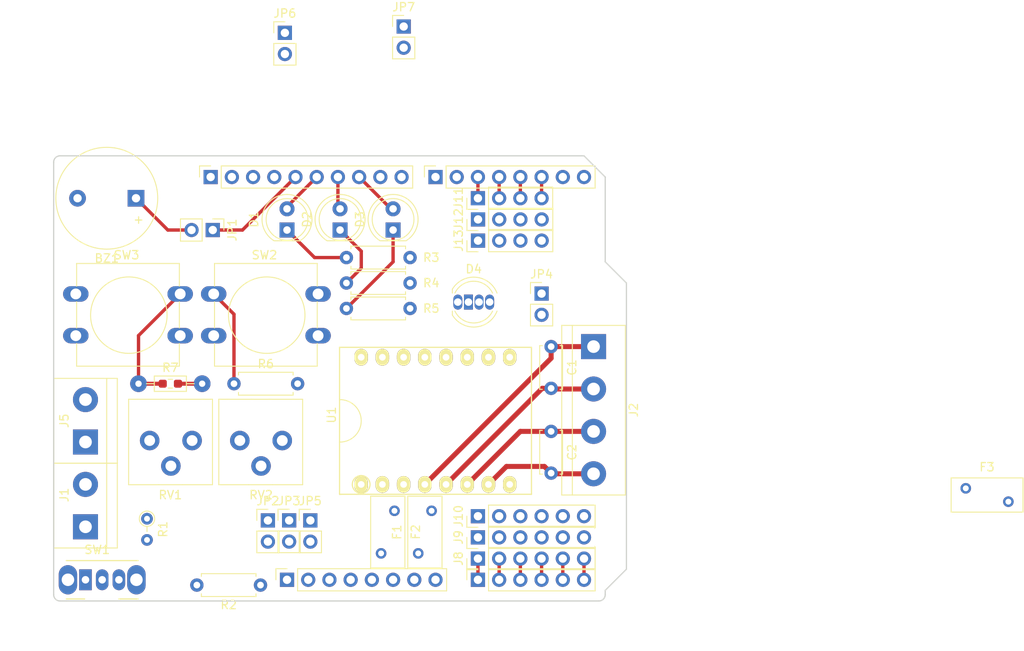
<source format=kicad_pcb>
(kicad_pcb (version 20211014) (generator pcbnew)
  (title_block (date "mar. 31 mars 2015"))
  (layers (0 "F.Cu" signal) (31 "B.Cu" signal) (34 "B.Paste" user) (35 "F.Paste" user) (36 "B.SilkS" user "B.Silkscreen") (37 "F.SilkS" user "F.Silkscreen") (38 "B.Mask" user) (39 "F.Mask" user) (44 "Edge.Cuts" user))
  (net 0 "")
  (net 1 "GND")
  (net 2 "Net-(BZ1-Pad1)")
  (net 3 "+5V")
  (net 4 "/IOREF")
  (net 5 "/A0")
  (net 6 "/A1")
  (net 7 "/A2")
  (net 8 "/A3")
  (net 9 "/SDA{slash}A4")
  (net 10 "/SCL{slash}A5")
  (net 11 "/13")
  (net 12 "/12")
  (net 13 "/AREF")
  (net 14 "/8")
  (net 15 "/7")
  (net 16 "/*11")
  (net 17 "/*10")
  (net 18 "/*9")
  (net 19 "/4")
  (net 20 "/2")
  (net 21 "/*6")
  (net 22 "/*5")
  (net 23 "/TX{slash}1")
  (net 24 "/*3")
  (net 25 "/RX{slash}0")
  (net 26 "Net-(C1-Pad1)")
  (net 27 "Net-(C1-Pad2)")
  (net 28 "/~{RESET}")
  (net 29 "Net-(C2-Pad1)")
  (net 30 "Net-(C2-Pad2)")
  (net 31 "Net-(D1-Pad1)")
  (net 32 "Net-(D2-Pad1)")
  (net 33 "Net-(D3-Pad1)")
  (net 34 "Net-(F1-Pad1)")
  (net 35 "Net-(F2-Pad1)")
  (net 36 "/+BAT")
  (net 37 "Net-(F3-Pad1)")
  (net 38 "+3.3V")
  (net 39 "/STUP_IN")
  (net 41 "/Vin")
  (net 42 "Net-(JP2-Pad1)")
  (net 43 "Net-(JP3-Pad1)")
  (net 44 "Net-(D4-Pad4)")
  (net 45 "Net-(JP5-Pad1)")
  (net 46 "Net-(JP6-Pad1)")
  (net 47 "Net-(JP7-Pad1)")
  (footprint "Connector_PinSocket_2.54mm:PinSocket_1x08_P2.54mm_Vertical" (layer "F.Cu") (at 127.94 97.46 90)
    (fp_text reference "J4" hide)
    (fp_text value "Power")
    (pad "1" thru_hole rect locked (at 0 0 90) (size 1.7 1.7) (drill 1) (layers *.Cu *.Mask))
    (pad "2" thru_hole oval locked (at 0 2.54 90) (size 1.7 1.7) (drill 1) (layers *.Cu *.Mask) (net 4 "/IOREF"))
    (pad "3" thru_hole oval locked (at 0 5.08 90) (size 1.7 1.7) (drill 1) (layers *.Cu *.Mask) (net 28 "/~{RESET}"))
    (pad "4" thru_hole oval locked (at 0 7.62 90) (size 1.7 1.7) (drill 1) (layers *.Cu *.Mask) (net 37 "Net-(F3-Pad1)"))
    (pad "5" thru_hole oval locked (at 0 10.16 90) (size 1.7 1.7) (drill 1) (layers *.Cu *.Mask) (net 34 "Net-(F1-Pad1)"))
    (pad "6" thru_hole oval locked (at 0 12.7 90) (size 1.7 1.7) (drill 1) (layers *.Cu *.Mask) (net 1 "GND"))
    (pad "7" thru_hole oval locked (at 0 15.24 90) (size 1.7 1.7) (drill 1) (layers *.Cu *.Mask) (net 1 "GND"))
    (pad "8" thru_hole oval locked (at 0 17.78 90) (size 1.7 1.7) (drill 1) (layers *.Cu *.Mask) (net 41 "/Vin"))
  )
  (footprint "Connector_PinSocket_2.54mm:PinSocket_1x06_P2.54mm_Vertical" (layer "F.Cu") (at 150.8 97.46 90)
    (fp_text reference "J6" hide)
    (fp_text value "Analog")
    (pad "1" thru_hole rect locked (at 0 0 90) (size 1.7 1.7) (drill 1) (layers *.Cu *.Mask) (net 5 "/A0"))
    (pad "2" thru_hole oval locked (at 0 2.54 90) (size 1.7 1.7) (drill 1) (layers *.Cu *.Mask) (net 6 "/A1"))
    (pad "3" thru_hole oval locked (at 0 5.08 90) (size 1.7 1.7) (drill 1) (layers *.Cu *.Mask) (net 7 "/A2"))
    (pad "4" thru_hole oval locked (at 0 7.62 90) (size 1.7 1.7) (drill 1) (layers *.Cu *.Mask) (net 8 "/A3"))
    (pad "5" thru_hole oval locked (at 0 10.16 90) (size 1.7 1.7) (drill 1) (layers *.Cu *.Mask) (net 9 "/SDA{slash}A4"))
    (pad "6" thru_hole oval locked (at 0 12.7 90) (size 1.7 1.7) (drill 1) (layers *.Cu *.Mask) (net 10 "/SCL{slash}A5"))
  )
  (footprint "Connector_PinSocket_2.54mm:PinSocket_1x10_P2.54mm_Vertical" (layer "F.Cu") (at 118.796 49.2 90)
    (fp_text reference "J3" hide)
    (fp_text value "Digital/PWM")
    (pad "1" thru_hole rect locked (at 0 0 90) (size 1.7 1.7) (drill 1) (layers *.Cu *.Mask) (net 10 "/SCL{slash}A5"))
    (pad "2" thru_hole oval locked (at 0 2.54 90) (size 1.7 1.7) (drill 1) (layers *.Cu *.Mask) (net 9 "/SDA{slash}A4"))
    (pad "3" thru_hole oval locked (at 0 5.08 90) (size 1.7 1.7) (drill 1) (layers *.Cu *.Mask) (net 13 "/AREF"))
    (pad "4" thru_hole oval locked (at 0 7.62 90) (size 1.7 1.7) (drill 1) (layers *.Cu *.Mask) (net 1 "GND"))
    (pad "5" thru_hole oval locked (at 0 10.16 90) (size 1.7 1.7) (drill 1) (layers *.Cu *.Mask) (net 11 "/13"))
    (pad "6" thru_hole oval locked (at 0 12.7 90) (size 1.7 1.7) (drill 1) (layers *.Cu *.Mask) (net 12 "/12"))
    (pad "7" thru_hole oval locked (at 0 15.24 90) (size 1.7 1.7) (drill 1) (layers *.Cu *.Mask) (net 16 "/*11"))
    (pad "8" thru_hole oval locked (at 0 17.78 90) (size 1.7 1.7) (drill 1) (layers *.Cu *.Mask) (net 17 "/*10"))
    (pad "9" thru_hole oval locked (at 0 20.32 90) (size 1.7 1.7) (drill 1) (layers *.Cu *.Mask) (net 18 "/*9"))
    (pad "10" thru_hole oval locked (at 0 22.86 90) (size 1.7 1.7) (drill 1) (layers *.Cu *.Mask) (net 14 "/8"))
  )
  (footprint "Connector_PinSocket_2.54mm:PinSocket_1x08_P2.54mm_Vertical" (layer "F.Cu") (at 145.72 49.2 90)
    (fp_text reference "J7" hide)
    (fp_text value "Digital/PWM")
    (pad "1" thru_hole rect locked (at 0 0 90) (size 1.7 1.7) (drill 1) (layers *.Cu *.Mask) (net 15 "/7"))
    (pad "2" thru_hole oval locked (at 0 2.54 90) (size 1.7 1.7) (drill 1) (layers *.Cu *.Mask) (net 21 "/*6"))
    (pad "3" thru_hole oval locked (at 0 5.08 90) (size 1.7 1.7) (drill 1) (layers *.Cu *.Mask) (net 22 "/*5"))
    (pad "4" thru_hole oval locked (at 0 7.62 90) (size 1.7 1.7) (drill 1) (layers *.Cu *.Mask) (net 19 "/4"))
    (pad "5" thru_hole oval locked (at 0 10.16 90) (size 1.7 1.7) (drill 1) (layers *.Cu *.Mask) (net 24 "/*3"))
    (pad "6" thru_hole oval locked (at 0 12.7 90) (size 1.7 1.7) (drill 1) (layers *.Cu *.Mask) (net 20 "/2"))
    (pad "7" thru_hole oval locked (at 0 15.24 90) (size 1.7 1.7) (drill 1) (layers *.Cu *.Mask) (net 23 "/TX{slash}1"))
    (pad "8" thru_hole oval locked (at 0 17.78 90) (size 1.7 1.7) (drill 1) (layers *.Cu *.Mask) (net 25 "/RX{slash}0"))
  )
  (footprint "Resistor_THT:R_Axial_DIN0207_L6.3mm_D2.5mm_P7.62mm_Horizontal" (layer "F.Cu") (at 124.765 98.095 180)
    (fp_text reference "R2" (at 3.81 -2.37) (layer "F.SilkS"))
    (fp_text value "R")
    (pad "1" thru_hole circle (at 0 0 180) (size 1.6 1.6) (drill 0.8) (layers *.Cu *.Mask) (net 42 "Net-(JP2-Pad1)"))
    (pad "2" thru_hole oval (at 7.62 0 180) (size 1.6 1.6) (drill 0.8) (layers *.Cu *.Mask) (net 1 "GND"))
  )
  (footprint "Connector_PinHeader_2.54mm:PinHeader_1x06_P2.54mm_Vertical" (layer "F.Cu") (at 150.8 89.84 90)
    (fp_text reference "J10" (at 0 -2.33 90) (layer "F.SilkS"))
    (fp_text value "Anlg. GND")
    (pad "1" thru_hole rect (at 0 0 90) (size 1.7 1.7) (drill 1) (layers *.Cu *.Mask) (net 1 "GND"))
    (pad "2" thru_hole oval (at 0 2.54 90) (size 1.7 1.7) (drill 1) (layers *.Cu *.Mask) (net 1 "GND"))
    (pad "3" thru_hole oval (at 0 5.08 90) (size 1.7 1.7) (drill 1) (layers *.Cu *.Mask) (net 1 "GND"))
    (pad "4" thru_hole oval (at 0 7.62 90) (size 1.7 1.7) (drill 1) (layers *.Cu *.Mask) (net 1 "GND"))
    (pad "5" thru_hole oval (at 0 10.16 90) (size 1.7 1.7) (drill 1) (layers *.Cu *.Mask) (net 1 "GND"))
    (pad "6" thru_hole oval (at 0 12.7 90) (size 1.7 1.7) (drill 1) (layers *.Cu *.Mask) (net 1 "GND"))
  )
  (footprint "Fuse:Fuse_BelFuse_0ZRE0005FF_L8.3mm_W3.8mm" (layer "F.Cu") (at 143.65 94.295 90)
    (fp_text reference "F1" (at 2.54 -2.54 90) (layer "F.SilkS"))
    (fp_text value "Polyfuse")
    (pad "1" thru_hole circle (at 0 0 90) (size 1.27 1.27) (drill 0.71) (layers *.Cu *.Mask) (net 34 "Net-(F1-Pad1)"))
    (pad "2" thru_hole circle (at 5.1 1.6 90) (size 1.27 1.27) (drill 0.71) (layers *.Cu *.Mask) (net 3 "+5V"))
  )
  (footprint "Connector_PinHeader_2.54mm:PinHeader_1x04_P2.54mm_Vertical" (layer "F.Cu") (at 150.8 51.74 90)
    (fp_text reference "J11" (at 0 -2.33 90) (layer "F.SilkS"))
    (fp_text value "Digital")
    (pad "1" thru_hole rect (at 0 0 90) (size 1.7 1.7) (drill 1) (layers *.Cu *.Mask) (net 22 "/*5"))
    (pad "2" thru_hole oval (at 0 2.54 90) (size 1.7 1.7) (drill 1) (layers *.Cu *.Mask) (net 19 "/4"))
    (pad "3" thru_hole oval (at 0 5.08 90) (size 1.7 1.7) (drill 1) (layers *.Cu *.Mask) (net 24 "/*3"))
    (pad "4" thru_hole oval (at 0 7.62 90) (size 1.7 1.7) (drill 1) (layers *.Cu *.Mask) (net 20 "/2"))
  )
  (footprint "bl_kicad:NEOPIXEL_THT_D5.0mm-4_(OGVI)" (layer "F.Cu") (at 148.392 64.186)
    (fp_text reference "D4" (at 1.905 -3.96) (layer "F.SilkS"))
    (fp_text value "NeoPixel_THT")
    (pad "1" thru_hole oval (at 0 0) (size 1.07 1.8) (drill 0.9) (layers *.Cu *.Mask))
    (pad "2" thru_hole rect (at 1.27 0) (size 1.07 1.8) (drill 0.9) (layers *.Cu *.Mask) (net 1 "GND"))
    (pad "3" thru_hole oval (at 2.54 0) (size 1.07 1.8) (drill 0.9) (layers *.Cu *.Mask) (net 3 "+5V"))
    (pad "4" thru_hole oval (at 3.81 0) (size 1.07 1.8) (drill 0.9) (layers *.Cu *.Mask) (net 44 "Net-(D4-Pad4)"))
  )
  (footprint "Button_Switch_THT:SW_PUSH-12mm" (layer "F.Cu") (at 119.16 63.21)
    (fp_text reference "SW2" (at 6.08 -4.66) (layer "F.SilkS"))
    (fp_text value "BUTTON_B")
    (pad "1" thru_hole oval (at 0 0) (size 3.048 1.85) (drill 1.3) (layers *.Cu *.Mask) (net 46 "Net-(JP6-Pad1)"))
    (pad "1" thru_hole oval (at 12.5 0) (size 3.048 1.85) (drill 1.3) (layers *.Cu *.Mask) (net 46 "Net-(JP6-Pad1)"))
    (pad "2" thru_hole oval (at 0 5) (size 3.048 1.85) (drill 1.3) (layers *.Cu *.Mask) (net 3 "+5V"))
    (pad "2" thru_hole oval (at 12.5 5) (size 3.048 1.85) (drill 1.3) (layers *.Cu *.Mask) (net 3 "+5V"))
  )
  (footprint "bl_kicad:POT_SmallBlueArrow" (layer "F.Cu") (at 122.29 75.95 -90)
    (fp_text reference "RV2" (at 11.35 -2.54) (layer "F.SilkS"))
    (fp_text value "Pot_B")
    (pad "1" thru_hole circle (at 4.826 0 270) (size 2.34 2.34) (drill 1.3) (layers *.Cu *.Mask) (net 3 "+5V"))
    (pad "2" thru_hole circle (at 7.874 -2.54 270) (size 2.34 2.34) (drill 1.3) (layers *.Cu *.Mask) (net 45 "Net-(JP5-Pad1)"))
    (pad "3" thru_hole circle (at 4.826 -5.08 270) (size 2.34 2.34) (drill 1.3) (layers *.Cu *.Mask) (net 1 "GND"))
  )
  (footprint "LED_THT:LED_D5.0mm" (layer "F.Cu") (at 134.29 55.55 90)
    (fp_text reference "D2" (at 1.27 -3.96 90) (layer "F.SilkS"))
    (fp_text value "Yellow")
    (pad "1" thru_hole rect (at 0 0 90) (size 1.8 1.8) (drill 0.9) (layers *.Cu *.Mask) (net 32 "Net-(D2-Pad1)"))
    (pad "2" thru_hole circle (at 2.54 0 90) (size 1.8 1.8) (drill 0.9) (layers *.Cu *.Mask) (net 16 "/*11"))
  )
  (footprint "Connector_PinHeader_2.54mm:PinHeader_1x02_P2.54mm_Vertical" (layer "F.Cu") (at 141.91 31.166)
    (fp_text reference "JP7" (at 0 -2.33) (layer "F.SilkS"))
    (fp_text value "Jump_D4")
    (pad "1" thru_hole rect (at 0 0) (size 1.7 1.7) (drill 1) (layers *.Cu *.Mask) (net 47 "Net-(JP7-Pad1)"))
    (pad "2" thru_hole oval (at 0 2.54) (size 1.7 1.7) (drill 1) (layers *.Cu *.Mask) (net 19 "/4"))
  )
  (footprint "LED_THT:LED_D5.0mm" (layer "F.Cu") (at 140.64 55.55 90)
    (fp_text reference "D3" (at 1.27 -3.96 90) (layer "F.SilkS"))
    (fp_text value "Green")
    (pad "1" thru_hole rect (at 0 0 90) (size 1.8 1.8) (drill 0.9) (layers *.Cu *.Mask) (net 33 "Net-(D3-Pad1)"))
    (pad "2" thru_hole circle (at 2.54 0 90) (size 1.8 1.8) (drill 0.9) (layers *.Cu *.Mask) (net 17 "/*10"))
  )
  (footprint "Connector_PinHeader_2.54mm:PinHeader_1x02_P2.54mm_Vertical" (layer "F.Cu") (at 125.654 90.348)
    (fp_text reference "JP2" (at 0 -2.33) (layer "F.SilkS"))
    (fp_text value "Jump_A0")
    (pad "1" thru_hole rect (at 0 0) (size 1.7 1.7) (drill 1) (layers *.Cu *.Mask) (net 42 "Net-(JP2-Pad1)"))
    (pad "2" thru_hole oval (at 0 2.54) (size 1.7 1.7) (drill 1) (layers *.Cu *.Mask) (net 5 "/A0"))
  )
  (footprint "Connector_PinHeader_2.54mm:PinHeader_1x04_P2.54mm_Vertical" (layer "F.Cu") (at 150.81 56.82 90)
    (fp_text reference "J13" (at 0 -2.33 90) (layer "F.SilkS"))
    (fp_text value "Dig. GND")
    (pad "1" thru_hole rect (at 0 0 90) (size 1.7 1.7) (drill 1) (layers *.Cu *.Mask) (net 1 "GND"))
    (pad "2" thru_hole oval (at 0 2.54 90) (size 1.7 1.7) (drill 1) (layers *.Cu *.Mask) (net 1 "GND"))
    (pad "3" thru_hole oval (at 0 5.08 90) (size 1.7 1.7) (drill 1) (layers *.Cu *.Mask) (net 1 "GND"))
    (pad "4" thru_hole oval (at 0 7.62 90) (size 1.7 1.7) (drill 1) (layers *.Cu *.Mask) (net 1 "GND"))
  )
  (footprint "Connector_PinHeader_2.54mm:PinHeader_1x04_P2.54mm_Vertical" (layer "F.Cu") (at 150.81 54.28 90)
    (fp_text reference "J12" (at 0 -2.33 90) (layer "F.SilkS"))
    (fp_text value "Dig. Pwr.")
    (pad "1" thru_hole rect (at 0 0 90) (size 1.7 1.7) (drill 1) (layers *.Cu *.Mask) (net 3 "+5V"))
    (pad "2" thru_hole oval (at 0 2.54 90) (size 1.7 1.7) (drill 1) (layers *.Cu *.Mask) (net 3 "+5V"))
    (pad "3" thru_hole oval (at 0 5.08 90) (size 1.7 1.7) (drill 1) (layers *.Cu *.Mask) (net 3 "+5V"))
    (pad "4" thru_hole oval (at 0 7.62 90) (size 1.7 1.7) (drill 1) (layers *.Cu *.Mask) (net 3 "+5V"))
  )
  (footprint "Button_Switch_THT:SW_PUSH-12mm" (layer "F.Cu") (at 102.65 63.21)
    (fp_text reference "SW3" (at 6.08 -4.66) (layer "F.SilkS"))
    (fp_text value "BUTTON_A")
    (pad "1" thru_hole oval (at 12.5 0) (size 3.048 1.85) (drill 1.3) (layers *.Cu *.Mask) (net 47 "Net-(JP7-Pad1)"))
    (pad "1" thru_hole oval (at 0 0) (size 3.048 1.85) (drill 1.3) (layers *.Cu *.Mask) (net 47 "Net-(JP7-Pad1)"))
    (pad "2" thru_hole oval (at 12.5 5) (size 3.048 1.85) (drill 1.3) (layers *.Cu *.Mask) (net 3 "+5V"))
    (pad "2" thru_hole oval (at 0 5) (size 3.048 1.85) (drill 1.3) (layers *.Cu *.Mask) (net 3 "+5V"))
  )
  (footprint "LED_THT:LED_D5.0mm" (layer "F.Cu") (at 127.94 55.55 90)
    (fp_text reference "D1" (at 1.27 -3.96 90) (layer "F.SilkS"))
    (fp_text value "Red")
    (pad "1" thru_hole rect (at 0 0 90) (size 1.8 1.8) (drill 0.9) (layers *.Cu *.Mask) (net 31 "Net-(D1-Pad1)"))
    (pad "2" thru_hole circle (at 2.54 0 90) (size 1.8 1.8) (drill 0.9) (layers *.Cu *.Mask) (net 12 "/12"))
  )
  (footprint "Connector_PinHeader_2.54mm:PinHeader_1x02_P2.54mm_Vertical" (layer "F.Cu") (at 127.686 31.923)
    (fp_text reference "JP6" (at 0 -2.33) (layer "F.SilkS"))
    (fp_text value "Jump_D3")
    (pad "1" thru_hole rect (at 0 0) (size 1.7 1.7) (drill 1) (layers *.Cu *.Mask) (net 46 "Net-(JP6-Pad1)"))
    (pad "2" thru_hole oval (at 0 2.54) (size 1.7 1.7) (drill 1) (layers *.Cu *.Mask) (net 24 "/*3"))
  )
  (footprint "Capacitor_THT:C_Disc_D5.0mm_W2.5mm_P5.00mm" (layer "F.Cu") (at 159.563 69.52 -90)
    (fp_text reference "C1" (at 2.5 -2.5 90) (layer "F.SilkS"))
    (fp_text value "C")
    (pad "1" thru_hole circle (at 0 0 270) (size 1.6 1.6) (drill 0.8) (layers *.Cu *.Mask) (net 26 "Net-(C1-Pad1)"))
    (pad "2" thru_hole circle (at 5 0 270) (size 1.6 1.6) (drill 0.8) (layers *.Cu *.Mask) (net 27 "Net-(C1-Pad2)"))
  )
  (footprint "Capacitor_THT:C_Disc_D5.0mm_W2.5mm_P5.00mm" (layer "F.Cu") (at 159.563 79.68 -90)
    (fp_text reference "C2" (at 2.5 -2.5 90) (layer "F.SilkS"))
    (fp_text value "C")
    (pad "1" thru_hole circle (at 0 0 270) (size 1.6 1.6) (drill 0.8) (layers *.Cu *.Mask) (net 29 "Net-(C2-Pad1)"))
    (pad "2" thru_hole circle (at 5 0 270) (size 1.6 1.6) (drill 0.8) (layers *.Cu *.Mask) (net 30 "Net-(C2-Pad2)"))
  )
  (footprint "TerminalBlock:TerminalBlock_bornier-2_P5.08mm" (layer "F.Cu") (at 103.81 80.95 90)
    (fp_text reference "J5" (at 2.54 -2.54 90) (layer "F.SilkS"))
    (fp_text value "STUP->PCB")
    (pad "1" thru_hole rect (at 0 0 90) (size 3 3) (drill 1.52) (layers *.Cu *.Mask) (net 41 "/Vin"))
    (pad "2" thru_hole circle (at 5.08 0 90) (size 3 3) (drill 1.52) (layers *.Cu *.Mask) (net 1 "GND"))
  )
  (footprint "Arduino_MountingHole:MountingHole_3.2mm" (layer "F.Cu") (at 115.24 49.2)
    (fp_text reference "MH1" hide)
    (fp_text value "MountingHole_3.2mm" hide)
    (pad "" np_thru_hole circle locked (at 0 0) (size 3.2 3.2) (drill 3.2) (layers *.Cu *.Mask))
  )
  (footprint "bl_kicad:ResistorMIxed_THT-DIN0204_SMD-0603" (layer "F.Cu") (at 110.16 73.965)
    (fp_text reference "R7" (at 3.81 -1.92) (layer "F.SilkS"))
    (fp_text value "R")
    (fp_line (start 6.9215 0) (end 5.08 0) (layer "F.Cu") (width 0.48))
    (fp_line (start 0.762 0) (end 2.9845 0) (layer "F.Cu") (width 0.48))
    (pad "1" smd roundrect locked (at 2.8975 0) (size 0.975 0.95) (layers "F.Cu" "F.Paste" "F.Mask") (net 47 "Net-(JP7-Pad1)"))
    (pad "1" thru_hole circle locked (at 0 0) (size 1.99898 1.99898) (drill 0.762) (layers *.Cu *.Mask) (net 47 "Net-(JP7-Pad1)"))
    (pad "2" smd roundrect locked (at 4.7225 0) (size 0.975 0.95) (layers "F.Cu" "F.Paste" "F.Mask") (net 1 "GND"))
    (pad "2" thru_hole circle locked (at 7.62 0) (size 1.99898 1.99898) (drill 0.762) (layers *.Cu *.Mask) (net 1 "GND"))
  )
  (footprint "Resistor_THT:R_Axial_DIN0207_L6.3mm_D2.5mm_P7.62mm_Horizontal" (layer "F.Cu") (at 121.59 73.965)
    (fp_text reference "R6" (at 3.81 -2.37) (layer "F.SilkS"))
    (fp_text value "R")
    (pad "1" thru_hole circle (at 0 0) (size 1.6 1.6) (drill 0.8) (layers *.Cu *.Mask) (net 46 "Net-(JP6-Pad1)"))
    (pad "2" thru_hole oval (at 7.62 0) (size 1.6 1.6) (drill 0.8) (layers *.Cu *.Mask) (net 1 "GND"))
  )
  (footprint "Connector_PinHeader_2.54mm:PinHeader_1x02_P2.54mm_Vertical" (layer "F.Cu") (at 130.734 90.348)
    (fp_text reference "JP5" (at 0 -2.33) (layer "F.SilkS"))
    (fp_text value "Jump_A2")
    (pad "1" thru_hole rect (at 0 0) (size 1.7 1.7) (drill 1) (layers *.Cu *.Mask) (net 45 "Net-(JP5-Pad1)"))
    (pad "2" thru_hole oval (at 0 2.54) (size 1.7 1.7) (drill 1) (layers *.Cu *.Mask) (net 7 "/A2"))
  )
  (footprint "Resistor_THT:R_Axial_DIN0207_L6.3mm_D2.5mm_P7.62mm_Horizontal" (layer "F.Cu") (at 135.052 58.852)
    (fp_text reference "R3" (at 10.16 0) (layer "F.SilkS"))
    (fp_text value "R")
    (pad "1" thru_hole circle (at 0 0) (size 1.6 1.6) (drill 0.8) (layers *.Cu *.Mask) (net 31 "Net-(D1-Pad1)"))
    (pad "2" thru_hole oval (at 7.62 0) (size 1.6 1.6) (drill 0.8) (layers *.Cu *.Mask) (net 1 "GND"))
  )
  (footprint "Resistor_THT:R_Axial_DIN0204_L3.6mm_D1.6mm_P2.54mm_Vertical" (layer "F.Cu") (at 111.176 90.144 -90)
    (fp_text reference "R1" (at 1.27 -1.92 90) (layer "F.SilkS"))
    (fp_text value "R_Photo")
    (pad "1" thru_hole circle (at 0 0 270) (size 1.4 1.4) (drill 0.7) (layers *.Cu *.Mask) (net 3 "+5V"))
    (pad "2" thru_hole oval (at 2.54 0 270) (size 1.4 1.4) (drill 0.7) (layers *.Cu *.Mask) (net 42 "Net-(JP2-Pad1)"))
  )
  (footprint "Connector_PinHeader_2.54mm:PinHeader_1x02_P2.54mm_Vertical" (layer "F.Cu") (at 119.05 55.55 -90)
    (fp_text reference "JP1" (at 0 -2.33 90) (layer "F.SilkS"))
    (fp_text value "Jump_D13")
    (pad "1" thru_hole rect (at 0 0 270) (size 1.7 1.7) (drill 1) (layers *.Cu *.Mask) (net 11 "/13"))
    (pad "2" thru_hole oval (at 0 2.54 270) (size 1.7 1.7) (drill 1) (layers *.Cu *.Mask) (net 2 "Net-(BZ1-Pad1)"))
  )
  (footprint "Fuse:Fuse_BelFuse_0ZRE0005FF_L8.3mm_W3.8mm" (layer "F.Cu") (at 209.21 86.5)
    (fp_text reference "F3" (at 2.54 -2.54) (layer "F.SilkS"))
    (fp_text value "Polyfuse")
    (pad "1" thru_hole circle (at 0 0) (size 1.27 1.27) (drill 0.71) (layers *.Cu *.Mask) (net 37 "Net-(F3-Pad1)"))
    (pad "2" thru_hole circle (at 5.1 1.6) (size 1.27 1.27) (drill 0.71) (layers *.Cu *.Mask) (net 38 "+3.3V"))
  )
  (footprint "Fuse:Fuse_BelFuse_0ZRE0005FF_L8.3mm_W3.8mm" (layer "F.Cu") (at 140.805 89.195 -90)
    (fp_text reference "F2" (at 2.54 -2.54 -270) (layer "F.SilkS"))
    (fp_text value "Polyfuse")
    (pad "1" thru_hole circle (at 0 0 270) (size 1.27 1.27) (drill 0.71) (layers *.Cu *.Mask) (net 35 "Net-(F2-Pad1)"))
    (pad "2" thru_hole circle (at 5.1 1.6 270) (size 1.27 1.27) (drill 0.71) (layers *.Cu *.Mask) (net 36 "/+BAT"))
  )
  (footprint "bl_kicad:POT_SmallBlueArrow" (layer "F.Cu") (at 111.495 75.95 -90)
    (fp_text reference "RV1" (at 11.35 -2.475) (layer "F.SilkS"))
    (fp_text value "Pot_A")
    (pad "1" thru_hole circle (at 4.826 0 270) (size 2.34 2.34) (drill 1.3) (layers *.Cu *.Mask) (net 3 "+5V"))
    (pad "2" thru_hole circle (at 7.874 -2.54 270) (size 2.34 2.34) (drill 1.3) (layers *.Cu *.Mask) (net 43 "Net-(JP3-Pad1)"))
    (pad "3" thru_hole circle (at 4.826 -5.08 270) (size 2.34 2.34) (drill 1.3) (layers *.Cu *.Mask) (net 1 "GND"))
  )
  (footprint "bl_kicad:Buzzer_11.45x8RM7" (layer "F.Cu") (at 110.16 51.74 180)
    (fp_text reference "BZ1" (at 3.8 -7.2) (layer "F.SilkS"))
    (fp_text value "Buzzer")
    (fp_text user "+" (at -0.01 -2.54) (layer "F.SilkS"))
    (pad "1" thru_hole rect (at 0.3 0 180) (size 2 2) (drill 1) (layers *.Cu *.Mask) (net 2 "Net-(BZ1-Pad1)"))
    (pad "2" thru_hole circle (at 7.3 0 180) (size 2 2) (drill 1) (layers *.Cu *.Mask) (net 1 "GND"))
  )
  (footprint "Button_Switch_THT:SW_CuK_OS102011MA1QN1_SPDT_Angled" (layer "F.Cu") (at 103.81 97.46)
    (fp_text reference "SW1" (at 1.4 -3.6) (layer "F.SilkS"))
    (fp_text value "SW_SPST")
    (pad "" thru_hole oval (at -2.1 0) (size 2.2 3.5) (drill 1.5) (layers *.Cu *.Mask))
    (pad "" thru_hole oval (at 6.1 0) (size 2.2 3.5) (drill 1.5) (layers *.Cu *.Mask))
    (pad "1" thru_hole rect (at 0 0) (size 1.5 2.5) (drill 0.9) (layers *.Cu *.Mask) (net 36 "/+BAT"))
    (pad "2" thru_hole oval (at 2 0) (size 1.5 2.5) (drill 0.9) (layers *.Cu *.Mask) (net 39 "/STUP_IN"))
    (pad "3" thru_hole oval (at 4 0) (size 1.5 2.5) (drill 0.9) (layers *.Cu *.Mask))
  )
  (footprint "TerminalBlock:TerminalBlock_bornier-4_P5.08mm" (layer "F.Cu") (at 164.643 69.52 -90)
    (fp_text reference "J2" (at 7.6 -4.8 90) (layer "F.SilkS"))
    (fp_text value "Motors Connector")
    (pad "1" thru_hole rect (at 0 0 270) (size 3 3) (drill 1.52) (layers *.Cu *.Mask) (net 26 "Net-(C1-Pad1)"))
    (pad "2" thru_hole circle (at 5.08 0 270) (size 3 3) (drill 1.52) (layers *.Cu *.Mask) (net 27 "Net-(C1-Pad2)"))
    (pad "3" thru_hole circle (at 10.16 0 270) (size 3 3) (drill 1.52) (layers *.Cu *.Mask) (net 29 "Net-(C2-Pad1)"))
    (pad "4" thru_hole circle (at 15.24 0 270) (size 3 3) (drill 1.52) (layers *.Cu *.Mask) (net 30 "Net-(C2-Pad2)"))
  )
  (footprint "TerminalBlock:TerminalBlock_bornier-2_P5.08mm" (layer "F.Cu") (at 103.81 91.11 90)
    (fp_text reference "J1" (at 3.81 -2.54 90) (layer "F.SilkS"))
    (fp_text value "BATTERY -> STUP")
    (pad "1" thru_hole rect (at 0 0 90) (size 3 3) (drill 1.52) (layers *.Cu *.Mask) (net 39 "/STUP_IN"))
    (pad "2" thru_hole circle (at 5.08 0 90) (size 3 3) (drill 1.52) (layers *.Cu *.Mask) (net 36 "/+BAT"))
  )
  (footprint "Arduino_MountingHole:MountingHole_3.2mm" (layer "F.Cu") (at 113.97 97.46)
    (fp_text reference "MH2" hide)
    (fp_text value "MountingHole_3.2mm" hide)
    (pad "" np_thru_hole circle locked (at 0 0) (size 3.2 3.2) (drill 3.2) (layers *.Cu *.Mask))
  )
  (footprint "Resistor_THT:R_Axial_DIN0207_L6.3mm_D2.5mm_P7.62mm_Horizontal" (layer "F.Cu") (at 135.052 61.9)
    (fp_text reference "R4" (at 10.16 0) (layer "F.SilkS"))
    (fp_text value "R")
    (pad "1" thru_hole circle (at 0 0) (size 1.6 1.6) (drill 0.8) (layers *.Cu *.Mask) (net 32 "Net-(D2-Pad1)"))
    (pad "2" thru_hole oval (at 7.62 0) (size 1.6 1.6) (drill 0.8) (layers *.Cu *.Mask) (net 1 "GND"))
  )
  (footprint "Resistor_THT:R_Axial_DIN0207_L6.3mm_D2.5mm_P7.62mm_Horizontal" (layer "F.Cu") (at 135.052 64.948)
    (fp_text reference "R5" (at 10.16 0) (layer "F.SilkS"))
    (fp_text value "R")
    (pad "1" thru_hole circle (at 0 0) (size 1.6 1.6) (drill 0.8) (layers *.Cu *.Mask) (net 33 "Net-(D3-Pad1)"))
    (pad "2" thru_hole oval (at 7.62 0) (size 1.6 1.6) (drill 0.8) (layers *.Cu *.Mask) (net 1 "GND"))
  )
  (footprint "Arduino_MountingHole:MountingHole_3.2mm" (layer "F.Cu") (at 166.04 64.44)
    (fp_text reference "MH3" hide)
    (fp_text value "MountingHole_3.2mm" hide)
    (pad "" np_thru_hole circle locked (at 0 0) (size 3.2 3.2) (drill 3.2) (layers *.Cu *.Mask))
  )
  (footprint "Connector_PinHeader_2.54mm:PinHeader_1x02_P2.54mm_Vertical" (layer "F.Cu") (at 128.194 90.343)
    (fp_text reference "JP3" (at 0 -2.33) (layer "F.SilkS"))
    (fp_text value "Jump_A1")
    (pad "1" thru_hole rect (at 0 0) (size 1.7 1.7) (drill 1) (layers *.Cu *.Mask) (net 43 "Net-(JP3-Pad1)"))
    (pad "2" thru_hole oval (at 0 2.54) (size 1.7 1.7) (drill 1) (layers *.Cu *.Mask) (net 6 "/A1"))
  )
  (footprint "Arduino_MountingHole:MountingHole_3.2mm" (layer "F.Cu") (at 166.04 92.38)
    (fp_text reference "MH4" hide)
    (fp_text value "MountingHole_3.2mm" hide)
    (pad "" np_thru_hole circle locked (at 0 0) (size 3.2 3.2) (drill 3.2) (layers *.Cu *.Mask))
  )
  (footprint "Connector_PinHeader_2.54mm:PinHeader_1x06_P2.54mm_Vertical" (layer "F.Cu") (at 150.8 94.92 90)
    (fp_text reference "J8" (at 0 -2.33 90) (layer "F.SilkS"))
    (fp_text value "Analog")
    (pad "1" thru_hole rect (at 0 0 90) (size 1.7 1.7) (drill 1) (layers *.Cu *.Mask) (net 5 "/A0"))
    (pad "2" thru_hole oval (at 0 2.54 90) (size 1.7 1.7) (drill 1) (layers *.Cu *.Mask) (net 6 "/A1"))
    (pad "3" thru_hole oval (at 0 5.08 90) (size 1.7 1.7) (drill 1) (layers *.Cu *.Mask) (net 7 "/A2"))
    (pad "4" thru_hole oval (at 0 7.62 90) (size 1.7 1.7) (drill 1) (layers *.Cu *.Mask) (net 8 "/A3"))
    (pad "5" thru_hole oval (at 0 10.16 90) (size 1.7 1.7) (drill 1) (layers *.Cu *.Mask) (net 9 "/SDA{slash}A4"))
    (pad "6" thru_hole oval (at 0 12.7 90) (size 1.7 1.7) (drill 1) (layers *.Cu *.Mask) (net 10 "/SCL{slash}A5"))
  )
  (footprint "bl_kicad:DIP-16_600" (layer "F.Cu") (at 136.82 86.035 90)
    (fp_text reference "U1" (at 8.32 -3.54 90) (layer "F.SilkS"))
    (fp_text value "TB6612FNG_BREAKOUT")
    (pad "1" thru_hole oval (at 0 0 90) (size 2 1.6) (drill 0.8) (layers *.Cu *.Mask "F.SilkS") (net 35 "Net-(F2-Pad1)"))
    (pad "2" thru_hole oval (at 0 2.54 90) (size 2 1.6) (drill 0.8) (layers *.Cu *.Mask "F.SilkS") (net 3 "+5V"))
    (pad "3" thru_hole oval (at 0 5.08 90) (size 2 1.6) (drill 0.8) (layers *.Cu *.Mask "F.SilkS") (net 1 "GND"))
    (pad "4" thru_hole oval (at 0 7.62 90) (size 2 1.6) (drill 0.8) (layers *.Cu *.Mask "F.SilkS") (net 26 "Net-(C1-Pad1)"))
    (pad "5" thru_hole oval (at 0 10.16 90) (size 2 1.6) (drill 0.8) (layers *.Cu *.Mask "F.SilkS") (net 27 "Net-(C1-Pad2)"))
    (pad "6" thru_hole oval (at 0 12.7 90) (size 2 1.6) (drill 0.8) (layers *.Cu *.Mask "F.SilkS") (net 29 "Net-(C2-Pad1)"))
    (pad "7" thru_hole oval (at 0 15.24 90) (size 2 1.6) (drill 0.8) (layers *.Cu *.Mask "F.SilkS") (net 30 "Net-(C2-Pad2)"))
    (pad "8" thru_hole oval (at 0 17.78 90) (size 2 1.6) (drill 0.8) (layers *.Cu *.Mask "F.SilkS") (net 1 "GND"))
    (pad "9" thru_hole oval (at 15.24 17.78 90) (size 2 1.6) (drill 0.8) (layers *.Cu *.Mask "F.SilkS") (net 1 "GND"))
    (pad "10" thru_hole oval (at 15.24 15.24 90) (size 2 1.6) (drill 0.8) (layers *.Cu *.Mask "F.SilkS") (net 3 "+5V"))
    (pad "11" thru_hole oval (at 15.24 12.7 90) (size 2 1.6) (drill 0.8) (layers *.Cu *.Mask "F.SilkS") (net 21 "/*6"))
    (pad "12" thru_hole oval (at 15.24 10.16 90) (size 2 1.6) (drill 0.8) (layers *.Cu *.Mask "F.SilkS") (net 15 "/7"))
    (pad "13" thru_hole oval (at 15.24 7.62 90) (size 2 1.6) (drill 0.8) (layers *.Cu *.Mask "F.SilkS") (net 3 "+5V"))
    (pad "14" thru_hole oval (at 15.24 5.08 90) (size 2 1.6) (drill 0.8) (layers *.Cu *.Mask "F.SilkS") (net 14 "/8"))
    (pad "15" thru_hole oval (at 15.24 2.54 90) (size 2 1.6) (drill 0.8) (layers *.Cu *.Mask "F.SilkS") (net 18 "/*9"))
    (pad "16" thru_hole oval (at 15.24 0 90) (size 2 1.6) (drill 0.8) (layers *.Cu *.Mask "F.SilkS") (net 3 "+5V"))
  )
  (footprint "Connector_PinHeader_2.54mm:PinHeader_1x02_P2.54mm_Vertical" (layer "F.Cu") (at 158.42 63.17)
    (fp_text reference "JP4" (at 0 -2.33) (layer "F.SilkS"))
    (fp_text value "Jump_D2")
    (pad "1" thru_hole rect (at 0 0) (size 1.7 1.7) (drill 1) (layers *.Cu *.Mask) (net 20 "/2"))
    (pad "2" thru_hole oval (at 0 2.54) (size 1.7 1.7) (drill 1) (layers *.Cu *.Mask) (net 44 "Net-(D4-Pad4)"))
  )
  (footprint "Connector_PinHeader_2.54mm:PinHeader_1x06_P2.54mm_Vertical" (layer "F.Cu") (at 150.8 92.38 90)
    (fp_text reference "J9" (at 0 -2.33 90) (layer "F.SilkS"))
    (fp_text value "Anlg. Pwr")
    (pad "1" thru_hole rect (at 0 0 90) (size 1.7 1.7) (drill 1) (layers *.Cu *.Mask) (net 3 "+5V"))
    (pad "2" thru_hole oval (at 0 2.54 90) (size 1.7 1.7) (drill 1) (layers *.Cu *.Mask) (net 3 "+5V"))
    (pad "3" thru_hole oval (at 0 5.08 90) (size 1.7 1.7) (drill 1) (layers *.Cu *.Mask) (net 3 "+5V"))
    (pad "4" thru_hole oval (at 0 7.62 90) (size 1.7 1.7) (drill 1) (layers *.Cu *.Mask) (net 3 "+5V"))
    (pad "5" thru_hole oval (at 0 10.16 90) (size 1.7 1.7) (drill 1) (layers *.Cu *.Mask) (net 3 "+5V"))
    (pad "6" thru_hole oval (at 0 12.7 90) (size 1.7 1.7) (drill 1) (layers *.Cu *.Mask) (net 3 "+5V"))
  )
  (gr_line (start 166.04 59.36) (end 168.58 61.9) (layer "Edge.Cuts") (width 0.15))
  (gr_line (start 100 99.238) (end 100 47.422) (layer "Edge.Cuts") (width 0.15))
  (gr_line (start 168.58 61.9) (end 168.58 96.19) (layer "Edge.Cuts") (width 0.15))
  (gr_line (start 165.278 100) (end 100.762 100) (layer "Edge.Cuts") (width 0.15))
  (gr_line (start 100.762 46.66) (end 163.5 46.66) (layer "Edge.Cuts") (width 0.15))
  (gr_arc (start 100.762 100) (mid 100.223185 99.776815) (end 100 99.238) (layer "Edge.Cuts") (width 0.15))
  (gr_line (start 168.58 96.19) (end 166.04 98.73) (layer "Edge.Cuts") (width 0.15))
  (gr_line (start 163.5 46.66) (end 166.04 49.2) (layer "Edge.Cuts") (width 0.15))
  (gr_arc (start 166.04 99.238) (mid 165.816815 99.776815) (end 165.278 100) (layer "Edge.Cuts") (width 0.15))
  (gr_line (start 166.04 49.2) (end 166.04 59.36) (layer "Edge.Cuts") (width 0.15))
  (gr_line (start 166.04 98.73) (end 166.04 99.238) (layer "Edge.Cuts") (width 0.15))
  (gr_arc (start 100 47.422) (mid 100.223185 46.883185) (end 100.762 46.66) (layer "Edge.Cuts") (width 0.15))
  (segment (start 116.51 55.55) (end 113.67 55.55) (width 0.4) (layer "F.Cu") (net 2))
  (segment (start 113.67 55.55) (end 109.86 51.74) (width 0.4) (layer "F.Cu") (net 2))
  (segment (start 150.8 97.46) (end 150.8 94.92) (width 0.4) (layer "F.Cu") (net 5))
  (segment (start 153.34 97.46) (end 153.34 94.92) (width 0.4) (layer "F.Cu") (net 6))
  (segment (start 155.88 97.46) (end 155.88 94.92) (width 0.4) (layer "F.Cu") (net 7))
  (segment (start 158.42 97.46) (end 158.42 94.92) (width 0.4) (layer "F.Cu") (net 8))
  (segment (start 160.96 97.46) (end 160.96 94.92) (width 0.4) (layer "F.Cu") (net 9))
  (segment (start 163.5 97.46) (end 163.5 94.92) (width 0.4) (layer "F.Cu") (net 10))
  (segment (start 128.956 49.2) (end 122.606 55.55) (width 0.4) (layer "F.Cu") (net 11))
  (segment (start 122.606 55.55) (end 119.05 55.55) (width 0.4) (layer "F.Cu") (net 11))
  (segment (start 127.94 52.756) (end 127.94 53.01) (width 0.4) (layer "F.Cu") (net 12))
  (segment (start 131.496 49.2) (end 127.94 52.756) (width 0.4) (layer "F.Cu") (net 12))
  (segment (start 134.036 52.756) (end 134.29 53.01) (width 0.4) (layer "F.Cu") (net 16))
  (segment (start 134.036 49.2) (end 134.036 52.756) (width 0.4) (layer "F.Cu") (net 16))
  (segment (start 136.576 49.2) (end 140.386 53.01) (width 0.4) (layer "F.Cu") (net 17))
  (segment (start 140.386 53.01) (end 140.64 53.01) (width 0.4) (layer "F.Cu") (net 17))
  (segment (start 153.34 49.2) (end 153.34 51.74) (width 0.4) (layer "F.Cu") (net 19))
  (segment (start 158.42 49.2) (end 158.42 51.74) (width 0.4) (layer "F.Cu") (net 20))
  (segment (start 150.8 49.2) (end 150.8 51.74) (width 0.4) (layer "F.Cu") (net 22))
  (segment (start 155.88 49.2) (end 155.88 51.74) (width 0.4) (layer "F.Cu") (net 24))
  (segment (start 159.563 69.52) (end 159.563 70.912) (width 0.6) (layer "F.Cu") (net 26))
  (segment (start 164.643 69.52) (end 159.563 69.52) (width 0.6) (layer "F.Cu") (net 26))
  (segment (start 159.563 70.912) (end 144.44 86.035) (width 0.6) (layer "F.Cu") (net 26))
  (segment (start 158.495 74.52) (end 146.98 86.035) (width 0.6) (layer "F.Cu") (net 27))
  (segment (start 159.643 74.6) (end 159.563 74.52) (width 0.6) (layer "F.Cu") (net 27))
  (segment (start 159.563 74.52) (end 158.495 74.52) (width 0.6) (layer "F.Cu") (net 27))
  (segment (start 164.643 74.6) (end 159.643 74.6) (width 0.6) (layer "F.Cu") (net 27))
  (segment (start 159.563 79.68) (end 155.875 79.68) (width 0.6) (layer "F.Cu") (net 29))
  (segment (start 155.875 79.68) (end 149.52 86.035) (width 0.6) (layer "F.Cu") (net 29))
  (segment (start 164.643 79.68) (end 159.563 79.68) (width 0.6) (layer "F.Cu") (net 29))
  (segment (start 159.643 84.76) (end 159.563 84.68) (width 0.6) (layer "F.Cu") (net 30))
  (segment (start 154.214999 83.880001) (end 152.06 86.035) (width 0.6) (layer "F.Cu") (net 30))
  (segment (start 159.563 84.68) (end 158.763001 83.880001) (width 0.6) (layer "F.Cu") (net 30))
  (segment (start 164.643 84.76) (end 159.643 84.76) (width 0.6) (layer "F.Cu") (net 30))
  (segment (start 158.763001 83.880001) (end 154.214999 83.880001) (width 0.6) (layer "F.Cu") (net 30))
  (segment (start 127.94 55.55) (end 131.242 58.852) (width 0.4) (layer "F.Cu") (net 31))
  (segment (start 131.242 58.852) (end 135.052 58.852) (width 0.4) (layer "F.Cu") (net 31))
  (segment (start 136.83 58.09) (end 136.83 60.122) (width 0.4) (layer "F.Cu") (net 32))
  (segment (start 136.83 60.122) (end 135.052 61.9) (width 0.4) (layer "F.Cu") (net 32))
  (segment (start 134.29 55.55) (end 136.83 58.09) (width 0.4) (layer "F.Cu") (net 32))
  (segment (start 140.64 55.55) (end 140.64 59.36) (width 0.4) (layer "F.Cu") (net 33))
  (segment (start 140.64 59.36) (end 135.052 64.948) (width 0.4) (layer "F.Cu") (net 33))
  (segment (start 119.16 63.21) (end 121.59 65.64) (width 0.4) (layer "F.Cu") (net 46))
  (segment (start 121.59 65.64) (end 121.59 73.965) (width 0.4) (layer "F.Cu") (net 46))
  (segment (start 110.16 68.2) (end 110.16 73.965) (width 0.4) (layer "F.Cu") (net 47))
  (segment (start 115.15 63.21) (end 110.16 68.2) (width 0.4) (layer "F.Cu") (net 47))
)
</source>
